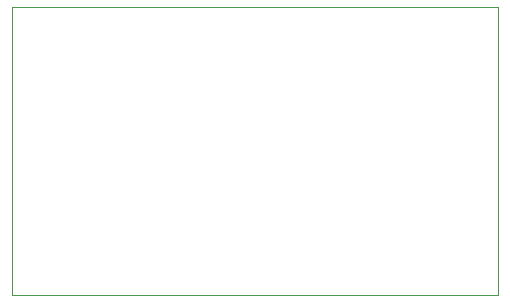
<source format=gbr>
%TF.GenerationSoftware,KiCad,Pcbnew,8.0.8*%
%TF.CreationDate,2025-03-16T01:19:43+08:00*%
%TF.ProjectId,TwoWayAudioSwitch-V1,54776f57-6179-4417-9564-696f53776974,rev?*%
%TF.SameCoordinates,Original*%
%TF.FileFunction,Profile,NP*%
%FSLAX46Y46*%
G04 Gerber Fmt 4.6, Leading zero omitted, Abs format (unit mm)*
G04 Created by KiCad (PCBNEW 8.0.8) date 2025-03-16 01:19:43*
%MOMM*%
%LPD*%
G01*
G04 APERTURE LIST*
%TA.AperFunction,Profile*%
%ADD10C,0.050000*%
%TD*%
G04 APERTURE END LIST*
D10*
X110172500Y-63017400D02*
X151295100Y-63017400D01*
X151295100Y-87426800D01*
X110172500Y-87426800D01*
X110172500Y-63017400D01*
M02*

</source>
